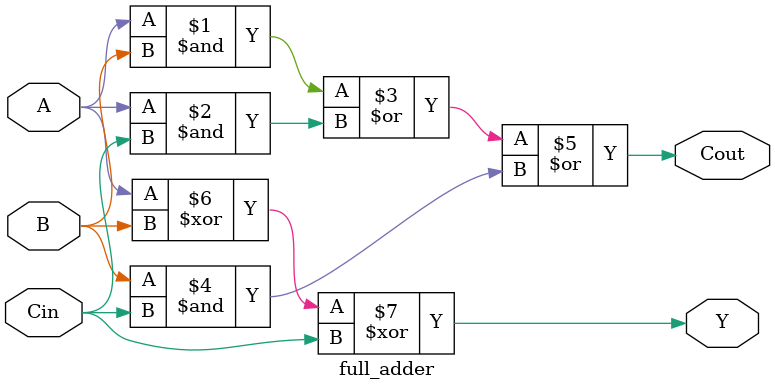
<source format=v>

module full_adder(
    // Declare downstairs and upstairs input
    input A, B, Cin,
    // Declare stair light output
    output Y, Cout
    
);

    assign Cout = A&B | A&Cin | B&Cin;
    assign Y = A ^ B ^ Cin;

    // Enter logic equation here
    

endmodule
</source>
